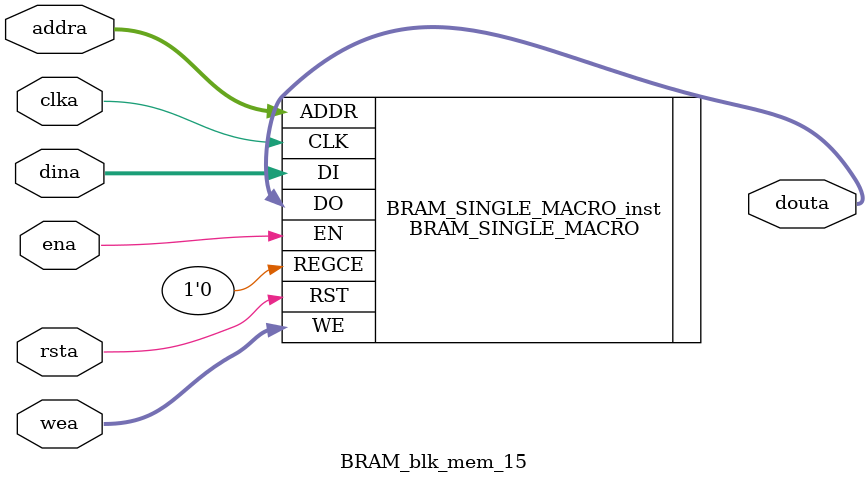
<source format=v>
`timescale 1ns/1ps

module BRAM_blk_mem_15 (
  clka,
  ena,
  wea,
  addra,
  dina,
  douta,
  rsta
);


input wire clka;

input wire ena;

input wire rsta;

input wire [1 : 0] wea;

input wire [9 : 0] addra;

input wire [15 : 0] dina;

output wire [15 : 0] douta;


// BRAM_SINGLE_MACRO : In order to incorporate this function into the design,
//   Verilog   : the following instance declaration needs to be placed
//  instance   : in the body of the design code.  The instance name
// declaration : (BRAM_SINGLE_MACRO_inst) and/or the port declarations within the
//    code     : parenthesis may be changed to properly reference and
//             : connect this function to the design.  All inputs
//             : and outputs must be connected.

//  <-----Cut code below this line---->

   // BRAM_SINGLE_MACRO: Single Port RAM
   //                    Artix-7
   // Xilinx HDL Language Template, version 2016.4
   
   /////////////////////////////////////////////////////////////////////
   //  READ_WIDTH | BRAM_SIZE | READ Depth  | ADDR Width |            //
   // WRITE_WIDTH |           | WRITE Depth |            |  WE Width  //
   // ============|===========|=============|============|============//
   //    37-72    |  "36Kb"   |      512    |    9-bit   |    8-bit   //
   //    19-36    |  "36Kb"   |     1024    |   10-bit   |    4-bit   //
   //    19-36    |  "18Kb"   |      512    |    9-bit   |    4-bit   //
   //    10-18    |  "36Kb"   |     2048    |   11-bit   |    2-bit   //
   //    10-18    |  "18Kb"   |     1024    |   10-bit   |    2-bit   //
   //     5-9     |  "36Kb"   |     4096    |   12-bit   |    1-bit   //
   //     5-9     |  "18Kb"   |     2048    |   11-bit   |    1-bit   //
   //     3-4     |  "36Kb"   |     8192    |   13-bit   |    1-bit   //
   //     3-4     |  "18Kb"   |     4096    |   12-bit   |    1-bit   //
   //       2     |  "36Kb"   |    16384    |   14-bit   |    1-bit   //
   //       2     |  "18Kb"   |     8192    |   13-bit   |    1-bit   //
   //       1     |  "36Kb"   |    32768    |   15-bit   |    1-bit   //
   //       1     |  "18Kb"   |    16384    |   14-bit   |    1-bit   //
   /////////////////////////////////////////////////////////////////////

   BRAM_SINGLE_MACRO #(
      .BRAM_SIZE("18Kb"), // Target BRAM, "18Kb" or "36Kb" 
      .DEVICE("7SERIES"), // Target Device: "7SERIES" 
      .DO_REG(0), // Optional output register (0 or 1)
      .INIT(36'h000000000), // Initial values on output port
      .INIT_FILE ("weight_15.mem"),
      .WRITE_WIDTH(16), // Valid values are 1-72 (37-72 only valid when BRAM_SIZE="36Kb")
      .READ_WIDTH(16),  // Valid values are 1-72 (37-72 only valid when BRAM_SIZE="36Kb")
      .SRVAL(36'h000000000), // Set/Reset value for port output
      .WRITE_MODE("WRITE_FIRST"), // "WRITE_FIRST", "READ_FIRST", or "NO_CHANGE" 
      .INIT_00(256'h0000000000000000000000000000000000000000000000000000000000000000),
      .INIT_01(256'h0000000000000000000000000000000000000000000000000000000000000000),
      .INIT_02(256'h0000000000000000000000000000000000000000000000000000000000000000),
      .INIT_03(256'h0000000000000000000000000000000000000000000000000000000000000000),
      .INIT_04(256'h0000000000000000000000000000000000000000000000000000000000000000),
      .INIT_05(256'h0000000000000000000000000000000000000000000000000000000000000000),
      .INIT_06(256'h0000000000000000000000000000000000000000000000000000000000000000),
      .INIT_07(256'h0000000000000000000000000000000000000000000000000000000000000000),
      .INIT_08(256'h0000000000000000000000000000000000000000000000000000000000000000),
      .INIT_09(256'h0000000000000000000000000000000000000000000000000000000000000000),
      .INIT_0A(256'h0000000000000000000000000000000000000000000000000000000000000000),
      .INIT_0B(256'h0000000000000000000000000000000000000000000000000000000000000000),
      .INIT_0C(256'h0000000000000000000000000000000000000000000000000000000000000000),
      .INIT_0D(256'h0000000000000000000000000000000000000000000000000000000000000000),
      .INIT_0E(256'h0000000000000000000000000000000000000000000000000000000000000000),
      .INIT_0F(256'h0000000000000000000000000000000000000000000000000000000000000000),
      .INIT_10(256'h0000000000000000000000000000000000000000000000000000000000000000),
      .INIT_11(256'h0000000000000000000000000000000000000000000000000000000000000000),
      .INIT_12(256'h0000000000000000000000000000000000000000000000000000000000000000),
      .INIT_13(256'h0000000000000000000000000000000000000000000000000000000000000000),
      .INIT_14(256'h0000000000000000000000000000000000000000000000000000000000000000),
      .INIT_15(256'h0000000000000000000000000000000000000000000000000000000000000000),
      .INIT_16(256'h0000000000000000000000000000000000000000000000000000000000000000),
      .INIT_17(256'h0000000000000000000000000000000000000000000000000000000000000000),
      .INIT_18(256'h0000000000000000000000000000000000000000000000000000000000000000),
      .INIT_19(256'h0000000000000000000000000000000000000000000000000000000000000000),
      .INIT_1A(256'h0000000000000000000000000000000000000000000000000000000000000000),
      .INIT_1B(256'h0000000000000000000000000000000000000000000000000000000000000000),
      .INIT_1C(256'h0000000000000000000000000000000000000000000000000000000000000000),
      .INIT_1D(256'h0000000000000000000000000000000000000000000000000000000000000000),
      .INIT_1E(256'h0000000000000000000000000000000000000000000000000000000000000000),
      .INIT_1F(256'h0000000000000000000000000000000000000000000000000000000000000000),
      .INIT_20(256'h0000000000000000000000000000000000000000000000000000000000000000),
      .INIT_21(256'h0000000000000000000000000000000000000000000000000000000000000000),
      .INIT_22(256'h0000000000000000000000000000000000000000000000000000000000000000),
      .INIT_23(256'h0000000000000000000000000000000000000000000000000000000000000000),
      .INIT_24(256'h0000000000000000000000000000000000000000000000000000000000000000),
      .INIT_25(256'h0000000000000000000000000000000000000000000000000000000000000000),
      .INIT_26(256'h0000000000000000000000000000000000000000000000000000000000000000),
      .INIT_27(256'h0000000000000000000000000000000000000000000000000000000000000000),
      .INIT_28(256'h0000000000000000000000000000000000000000000000000000000000000000),
      .INIT_29(256'h0000000000000000000000000000000000000000000000000000000000000000),
      .INIT_2A(256'h0000000000000000000000000000000000000000000000000000000000000000),
      .INIT_2B(256'h0000000000000000000000000000000000000000000000000000000000000000),
      .INIT_2C(256'h0000000000000000000000000000000000000000000000000000000000000000),
      .INIT_2D(256'h0000000000000000000000000000000000000000000000000000000000000000),
      .INIT_2E(256'h0000000000000000000000000000000000000000000000000000000000000000),
      .INIT_2F(256'h0000000000000000000000000000000000000000000000000000000000000000),
      .INIT_30(256'h0000000000000000000000000000000000000000000000000000000000000000),
      .INIT_31(256'h0000000000000000000000000000000000000000000000000000000000000000),
      .INIT_32(256'h0000000000000000000000000000000000000000000000000000000000000000),
      .INIT_33(256'h0000000000000000000000000000000000000000000000000000000000000000),
      .INIT_34(256'h0000000000000000000000000000000000000000000000000000000000000000),
      .INIT_35(256'h0000000000000000000000000000000000000000000000000000000000000000),
      .INIT_36(256'h0000000000000000000000000000000000000000000000000000000000000000),
      .INIT_37(256'h0000000000000000000000000000000000000000000000000000000000000000),
      .INIT_38(256'h0000000000000000000000000000000000000000000000000000000000000000),
      .INIT_39(256'h0000000000000000000000000000000000000000000000000000000000000000),
      .INIT_3A(256'h0000000000000000000000000000000000000000000000000000000000000000),
      .INIT_3B(256'h0000000000000000000000000000000000000000000000000000000000000000),
      .INIT_3C(256'h0000000000000000000000000000000000000000000000000000000000000000),
      .INIT_3D(256'h0000000000000000000000000000000000000000000000000000000000000000),
      .INIT_3E(256'h0000000000000000000000000000000000000000000000000000000000000000),
      .INIT_3F(256'h0000000000000000000000000000000000000000000000000000000000000000),
      
      // The next set of INIT_xx are valid when configured as 36Kb
      .INIT_40(256'h0000000000000000000000000000000000000000000000000000000000000000),
      .INIT_41(256'h0000000000000000000000000000000000000000000000000000000000000000),
      .INIT_42(256'h0000000000000000000000000000000000000000000000000000000000000000),
      .INIT_43(256'h0000000000000000000000000000000000000000000000000000000000000000),
      .INIT_44(256'h0000000000000000000000000000000000000000000000000000000000000000),
      .INIT_45(256'h0000000000000000000000000000000000000000000000000000000000000000),
      .INIT_46(256'h0000000000000000000000000000000000000000000000000000000000000000),
      .INIT_47(256'h0000000000000000000000000000000000000000000000000000000000000000),
      .INIT_48(256'h0000000000000000000000000000000000000000000000000000000000000000),
      .INIT_49(256'h0000000000000000000000000000000000000000000000000000000000000000),
      .INIT_4A(256'h0000000000000000000000000000000000000000000000000000000000000000),
      .INIT_4B(256'h0000000000000000000000000000000000000000000000000000000000000000),
      .INIT_4C(256'h0000000000000000000000000000000000000000000000000000000000000000),
      .INIT_4D(256'h0000000000000000000000000000000000000000000000000000000000000000),
      .INIT_4E(256'h0000000000000000000000000000000000000000000000000000000000000000),
      .INIT_4F(256'h0000000000000000000000000000000000000000000000000000000000000000),
      .INIT_50(256'h0000000000000000000000000000000000000000000000000000000000000000),
      .INIT_51(256'h0000000000000000000000000000000000000000000000000000000000000000),
      .INIT_52(256'h0000000000000000000000000000000000000000000000000000000000000000),
      .INIT_53(256'h0000000000000000000000000000000000000000000000000000000000000000),
      .INIT_54(256'h0000000000000000000000000000000000000000000000000000000000000000),
      .INIT_55(256'h0000000000000000000000000000000000000000000000000000000000000000),
      .INIT_56(256'h0000000000000000000000000000000000000000000000000000000000000000),
      .INIT_57(256'h0000000000000000000000000000000000000000000000000000000000000000),
      .INIT_58(256'h0000000000000000000000000000000000000000000000000000000000000000),
      .INIT_59(256'h0000000000000000000000000000000000000000000000000000000000000000),
      .INIT_5A(256'h0000000000000000000000000000000000000000000000000000000000000000),
      .INIT_5B(256'h0000000000000000000000000000000000000000000000000000000000000000),
      .INIT_5C(256'h0000000000000000000000000000000000000000000000000000000000000000),
      .INIT_5D(256'h0000000000000000000000000000000000000000000000000000000000000000),
      .INIT_5E(256'h0000000000000000000000000000000000000000000000000000000000000000),
      .INIT_5F(256'h0000000000000000000000000000000000000000000000000000000000000000),
      .INIT_60(256'h0000000000000000000000000000000000000000000000000000000000000000),
      .INIT_61(256'h0000000000000000000000000000000000000000000000000000000000000000),
      .INIT_62(256'h0000000000000000000000000000000000000000000000000000000000000000),
      .INIT_63(256'h0000000000000000000000000000000000000000000000000000000000000000),
      .INIT_64(256'h0000000000000000000000000000000000000000000000000000000000000000),
      .INIT_65(256'h0000000000000000000000000000000000000000000000000000000000000000),
      .INIT_66(256'h0000000000000000000000000000000000000000000000000000000000000000),
      .INIT_67(256'h0000000000000000000000000000000000000000000000000000000000000000),
      .INIT_68(256'h0000000000000000000000000000000000000000000000000000000000000000),
      .INIT_69(256'h0000000000000000000000000000000000000000000000000000000000000000),
      .INIT_6A(256'h0000000000000000000000000000000000000000000000000000000000000000),
      .INIT_6B(256'h0000000000000000000000000000000000000000000000000000000000000000),
      .INIT_6C(256'h0000000000000000000000000000000000000000000000000000000000000000),
      .INIT_6D(256'h0000000000000000000000000000000000000000000000000000000000000000),
      .INIT_6E(256'h0000000000000000000000000000000000000000000000000000000000000000),
      .INIT_6F(256'h0000000000000000000000000000000000000000000000000000000000000000),
      .INIT_70(256'h0000000000000000000000000000000000000000000000000000000000000000),
      .INIT_71(256'h0000000000000000000000000000000000000000000000000000000000000000),
      .INIT_72(256'h0000000000000000000000000000000000000000000000000000000000000000),
      .INIT_73(256'h0000000000000000000000000000000000000000000000000000000000000000),
      .INIT_74(256'h0000000000000000000000000000000000000000000000000000000000000000),
      .INIT_75(256'h0000000000000000000000000000000000000000000000000000000000000000),
      .INIT_76(256'h0000000000000000000000000000000000000000000000000000000000000000),
      .INIT_77(256'h0000000000000000000000000000000000000000000000000000000000000000),
      .INIT_78(256'h0000000000000000000000000000000000000000000000000000000000000000),
      .INIT_79(256'h0000000000000000000000000000000000000000000000000000000000000000),
      .INIT_7A(256'h0000000000000000000000000000000000000000000000000000000000000000),
      .INIT_7B(256'h0000000000000000000000000000000000000000000000000000000000000000),
      .INIT_7C(256'h0000000000000000000000000000000000000000000000000000000000000000),
      .INIT_7D(256'h0000000000000000000000000000000000000000000000000000000000000000),
      .INIT_7E(256'h0000000000000000000000000000000000000000000000000000000000000000),
      .INIT_7F(256'h0000000000000000000000000000000000000000000000000000000000000000),
      
      // The next set of INITP_xx are for the parity bits
      .INITP_00(256'h0000000000000000000000000000000000000000000000000000000000000000),
      .INITP_01(256'h0000000000000000000000000000000000000000000000000000000000000000),
      .INITP_02(256'h0000000000000000000000000000000000000000000000000000000000000000),
      .INITP_03(256'h0000000000000000000000000000000000000000000000000000000000000000),
      .INITP_04(256'h0000000000000000000000000000000000000000000000000000000000000000),
      .INITP_05(256'h0000000000000000000000000000000000000000000000000000000000000000),
      .INITP_06(256'h0000000000000000000000000000000000000000000000000000000000000000),
      .INITP_07(256'h0000000000000000000000000000000000000000000000000000000000000000),
      
      // The next set of INIT_xx are valid when configured as 36Kb
      .INITP_08(256'h0000000000000000000000000000000000000000000000000000000000000000),
      .INITP_09(256'h0000000000000000000000000000000000000000000000000000000000000000),
      .INITP_0A(256'h0000000000000000000000000000000000000000000000000000000000000000),
      .INITP_0B(256'h0000000000000000000000000000000000000000000000000000000000000000),
      .INITP_0C(256'h0000000000000000000000000000000000000000000000000000000000000000),
      .INITP_0D(256'h0000000000000000000000000000000000000000000000000000000000000000),
      .INITP_0E(256'h0000000000000000000000000000000000000000000000000000000000000000),
      .INITP_0F(256'h0000000000000000000000000000000000000000000000000000000000000000)
   ) BRAM_SINGLE_MACRO_inst (
      .DO(douta),       // Output data, width defined by READ_WIDTH parameter
      .ADDR(addra),   // Input address, width defined by read/write port depth
      .CLK(clka),     // 1-bit input clock
      .DI(dina),       // Input data port, width defined by WRITE_WIDTH parameter
      .EN(ena),       // 1-bit input RAM enable
      .REGCE(1'D0), // 1-bit input output register enable
      .RST(rsta),     // 1-bit input reset
      .WE(wea)        // Input write enable, width defined by write port depth
   );

   // End of BRAM_SINGLE_MACRO_inst instantiation
				
				
				
  
endmodule

</source>
